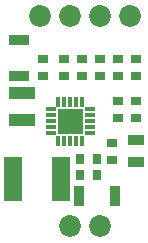
<source format=gts>
%TF.FileFunction,Soldermask,Top*%
%FSLAX46Y46*%
G04 Gerber Fmt 4.6, Leading zero omitted, Abs format (unit mm)*
G04 Created by KiCad (PCBNEW (2014-12-19 BZR 5328)-product) date 23/12/2014 01:10:06*
%MOMM*%
G01*
G04 APERTURE LIST*
%ADD10C,0.127000*%
%ADD11R,0.950000X1.750000*%
%ADD12R,0.750000X0.950000*%
%ADD13R,1.350000X0.950000*%
%ADD14R,0.950000X0.750000*%
%ADD15R,1.750000X0.950000*%
%ADD16C,1.850000*%
%ADD17R,2.150000X2.150000*%
%ADD18R,1.000000X1.000000*%
%ADD19O,0.380000X0.900000*%
%ADD20O,0.900000X0.380000*%
%ADD21R,1.600000X3.700000*%
%ADD22R,2.200000X1.050000*%
G04 APERTURE END LIST*
D10*
D11*
X130301000Y-95250000D03*
X133351000Y-95250000D03*
D12*
X130339000Y-93472000D03*
X131789000Y-93472000D03*
X130337498Y-92126811D03*
X131787498Y-92126811D03*
D13*
X135128000Y-90515000D03*
X135128000Y-92365000D03*
D14*
X133096000Y-90715000D03*
X133096000Y-92165000D03*
X127254000Y-85053000D03*
X127254000Y-83603000D03*
D15*
X125222000Y-85091000D03*
X125222000Y-82041000D03*
D16*
X129540000Y-97790000D03*
X132080000Y-97790000D03*
X127000000Y-80010000D03*
X129540000Y-80010000D03*
X132080000Y-80010000D03*
X134620000Y-80010000D03*
D17*
X129540000Y-88900000D03*
D18*
X128990000Y-88350000D03*
X130090000Y-88350000D03*
X130090000Y-89450000D03*
X128990000Y-89450000D03*
D19*
X128540000Y-90550000D03*
X129040000Y-90550000D03*
X129540000Y-90550000D03*
X130040000Y-90550000D03*
X130540000Y-90550000D03*
X130540000Y-87250000D03*
X130040000Y-87250000D03*
X129540000Y-87250000D03*
X129040000Y-87250000D03*
X128540000Y-87250000D03*
D20*
X131190000Y-89900000D03*
X131190000Y-89400000D03*
X131190000Y-88900000D03*
X131190000Y-88400000D03*
X131190000Y-87900000D03*
X127890000Y-87900000D03*
X127890000Y-88400000D03*
X127890000Y-88900000D03*
X127890000Y-89400000D03*
X127890000Y-89900000D03*
D21*
X128740520Y-93817440D03*
X124690520Y-93817440D03*
D22*
X125476000Y-88755000D03*
X125476000Y-86505000D03*
D14*
X130556000Y-85053000D03*
X130556000Y-83603000D03*
X129032000Y-83603000D03*
X129032000Y-85053000D03*
X132080000Y-85053000D03*
X132080000Y-83603000D03*
X133604000Y-85053000D03*
X133604000Y-83603000D03*
X135128000Y-85053000D03*
X135128000Y-83603000D03*
X135128000Y-88609000D03*
X135128000Y-87159000D03*
X133604000Y-87159000D03*
X133604000Y-88609000D03*
M02*

</source>
